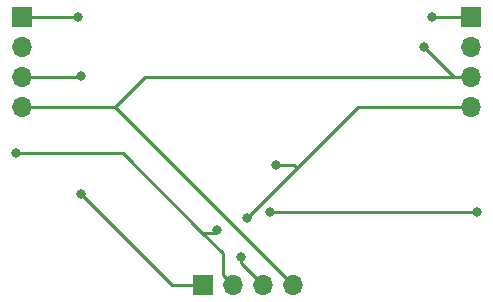
<source format=gbr>
%TF.GenerationSoftware,KiCad,Pcbnew,(5.1.6)-1*%
%TF.CreationDate,2020-10-09T22:46:55+01:00*%
%TF.ProjectId,LED Panel,4c454420-5061-46e6-956c-2e6b69636164,rev?*%
%TF.SameCoordinates,Original*%
%TF.FileFunction,Copper,L2,Bot*%
%TF.FilePolarity,Positive*%
%FSLAX46Y46*%
G04 Gerber Fmt 4.6, Leading zero omitted, Abs format (unit mm)*
G04 Created by KiCad (PCBNEW (5.1.6)-1) date 2020-10-09 22:46:55*
%MOMM*%
%LPD*%
G01*
G04 APERTURE LIST*
%TA.AperFunction,ComponentPad*%
%ADD10R,1.700000X1.700000*%
%TD*%
%TA.AperFunction,ComponentPad*%
%ADD11O,1.700000X1.700000*%
%TD*%
%TA.AperFunction,ViaPad*%
%ADD12C,0.800000*%
%TD*%
%TA.AperFunction,Conductor*%
%ADD13C,0.250000*%
%TD*%
G04 APERTURE END LIST*
D10*
%TO.P,J1,1*%
%TO.N,VDD*%
X111000000Y-140000000D03*
D11*
%TO.P,J1,2*%
%TO.N,GND*%
X111000000Y-142540000D03*
%TO.P,J1,3*%
%TO.N,/Din*%
X111000000Y-145080000D03*
%TO.P,J1,4*%
%TO.N,/Dout*%
X111000000Y-147620000D03*
%TD*%
D10*
%TO.P,J2,1*%
%TO.N,VDD*%
X126300000Y-162660000D03*
D11*
%TO.P,J2,2*%
%TO.N,GND*%
X128840000Y-162660000D03*
%TO.P,J2,3*%
%TO.N,/Din*%
X131380000Y-162660000D03*
%TO.P,J2,4*%
%TO.N,/Dout*%
X133920000Y-162660000D03*
%TD*%
%TO.P,J3,4*%
%TO.N,/Din*%
X149000000Y-147620000D03*
%TO.P,J3,3*%
%TO.N,/Dout*%
X149000000Y-145080000D03*
%TO.P,J3,2*%
%TO.N,GND*%
X149000000Y-142540000D03*
D10*
%TO.P,J3,1*%
%TO.N,VDD*%
X149000000Y-140000000D03*
%TD*%
D12*
%TO.N,GND*%
X110500000Y-151500000D03*
X127500000Y-158000000D03*
X132000000Y-156500000D03*
X149500000Y-156500000D03*
%TO.N,VDD*%
X115740000Y-139980000D03*
X145710000Y-139990000D03*
X116000000Y-155000000D03*
%TO.N,/Din*%
X129500000Y-160300001D03*
X130000000Y-157000000D03*
X116000000Y-145000000D03*
X132500000Y-152500000D03*
%TO.N,/Dout*%
X145000000Y-142500000D03*
%TD*%
D13*
%TO.N,GND*%
X127990001Y-161810001D02*
X127990001Y-160009999D01*
X128840000Y-162660000D02*
X127990001Y-161810001D01*
X119480002Y-151500000D02*
X110500000Y-151500000D01*
X127240001Y-158259999D02*
X127500000Y-158000000D01*
X126240001Y-158259999D02*
X127240001Y-158259999D01*
X126240001Y-158259999D02*
X119480002Y-151500000D01*
X127990001Y-160009999D02*
X126240001Y-158259999D01*
X132000000Y-156500000D02*
X149500000Y-156500000D01*
%TO.N,VDD*%
X111000000Y-140000000D02*
X115720000Y-140000000D01*
X115720000Y-140000000D02*
X115740000Y-139980000D01*
X149000000Y-140000000D02*
X145720000Y-140000000D01*
X145720000Y-140000000D02*
X145710000Y-139990000D01*
X126300000Y-162660000D02*
X123660000Y-162660000D01*
X123660000Y-162660000D02*
X116000000Y-155000000D01*
%TO.N,/Din*%
X131380000Y-162660000D02*
X129500000Y-160780000D01*
X129500000Y-160780000D02*
X129500000Y-160300001D01*
X139380000Y-147620000D02*
X149000000Y-147620000D01*
X111000000Y-145080000D02*
X115920000Y-145080000D01*
X115920000Y-145080000D02*
X116000000Y-145000000D01*
X134000000Y-152500000D02*
X134250000Y-152750000D01*
X132500000Y-152500000D02*
X134000000Y-152500000D01*
X130000000Y-157000000D02*
X134250000Y-152750000D01*
X134250000Y-152750000D02*
X139380000Y-147620000D01*
%TO.N,/Dout*%
X118880000Y-147620000D02*
X133920000Y-162660000D01*
X111000000Y-147620000D02*
X118880000Y-147620000D01*
X121420000Y-145080000D02*
X149000000Y-145080000D01*
X118880000Y-147620000D02*
X121420000Y-145080000D01*
X149000000Y-145080000D02*
X147580000Y-145080000D01*
X147580000Y-145080000D02*
X145000000Y-142500000D01*
%TD*%
M02*

</source>
